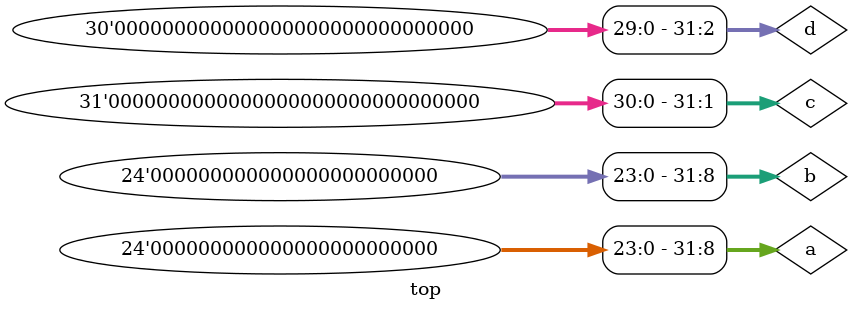
<source format=sv>
module top;
    reg [0:7] mem [0:2];

    initial mem[1] = '1;
    wire [31:0] a, b, c, d;
    assign a = mem[1];
    assign b = mem[-1];
    assign c = mem[-1][0];
    assign d = mem[-1][0:1];

    always @* begin

    	assert ($countbits(a, '0) == 24);
    	assert ($countbits(a, '1) == 8);
    	assert ($countbits(a, 'x) == 0);

    	assert ($countbits(b, '0) == 24);
    	assert ($countbits(b, 'x) == 8);

    	assert ($countbits(c, '0) == 31);
    	assert ($countbits(c, 'x) == 1);

    	assert ($countbits(d, '0) == 30);
    	assert ($countbits(d, 'x) == 2);

    end
endmodule

</source>
